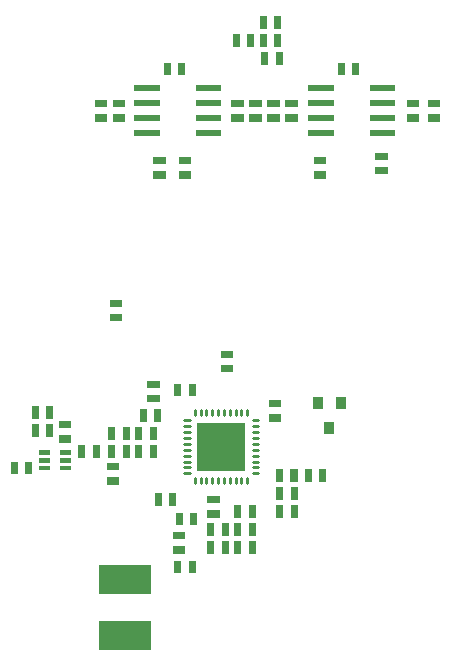
<source format=gbr>
G04 Title: RX Daughterboard, solder paste, component side *
G04 Creator: pcb-bin 1.99q *
G04 CreationDate: Thu Apr 28 23:14:29 2005 UTC *
G04 For: matt *
G04 Format: Gerber/RS-274X *
G04 PCB-Dimensions: 275000 250000 *
G04 PCB-Coordinate-Origin: lower left *
%MOIN*%
%FSLAX24Y24*%
%IPPOS*%
%ADD11C,0.0400*%
%ADD12C,0.0080*%
%ADD13C,0.0239*%
%ADD14C,0.0140*%
%ADD15C,0.0300*%
%ADD16C,0.0600*%
%ADD17C,0.0250*%
%ADD18C,0.0450*%
%ADD19C,0.0140*%
%ADD20C,0.0299*%
%ADD21C,0.0100*%
%ADD22C,0.0110*%
%ADD23C,0.0249*%
%ADD24R,0.0240X0.0240*%
%ADD25R,0.0440X0.0440*%
%ADD26R,0.0300X0.0300*%
%ADD27C,0.0060*%
%ADD28C,0.0080*%
%ADD29C,0.0800*%
%ADD30C,0.0860*%
%ADD31C,0.1100X0.0800*%
%ADD32C,0.1100*%
%ADD33C,0.0110*%
%AMTHERM1*7,0,0,0.1100,0.0800,0.0110,45*%
%ADD34THERM1*%
%ADD35R,0.0970X0.0970*%
%ADD36R,0.1170X0.1170*%
%ADD37R,0.1030X0.1030*%
%ADD38C,0.0200*%
%ADD39R,0.0560X0.0560*%
%ADD40R,0.0860X0.0860*%
%ADD41R,0.0620X0.0620*%
%ADD42R,0.1220X0.1220*%
%ADD43R,0.1520X0.1520*%
%ADD44R,0.1280X0.1280*%
%ADD45R,0.0340X0.0340*%
%ADD46R,0.0640X0.0640*%
%ADD47R,0.0400X0.0400*%
%ADD48R,0.0540X0.0540*%
%ADD49R,0.0480X0.0480*%
%ADD50R,0.0680X0.0680*%
%ADD51R,0.0200X0.0200*%
%ADD52R,0.0500X0.0500*%
%ADD53R,0.0600X0.0600*%
%ADD54R,0.0660X0.0660*%
%ADD55R,0.0900X0.0900X0.0600X0.0600*%
%ADD56R,0.0900X0.0900*%
%ADD57C,0.0600*%
%ADD58C,0.0660*%
%AMTHERM2*7,0,0,0.0900,0.0600,0.0100,45*%
%ADD59THERM2*%
%ADD60C,0.0900X0.0600*%
%ADD61C,0.0900*%
%ADD62R,0.0150X0.0150*%
%ADD63R,0.0450X0.0450*%
%ADD64R,0.0210X0.0210*%
%ADD65C,0.0410*%
%ADD66C,0.0170*%
%ADD67R,0.1610X0.1610*%
%ADD68R,0.1910X0.1910*%
%ADD69R,0.1670X0.1670*%
%ADD70C,0.0720*%
%ADD71C,0.0920X0.0720*%
%ADD72C,0.0920*%
%ADD73C,0.0240*%
%ADD74C,0.0340*%
%ADD75C,0.1320*%
%ADD76C,0.1520*%
%ADD77C,0.1520X0.1320*%
%ADD78C,0.0600*%
%ADD79C,0.0125*%
%AMTHERM3*7,0,0,0.0800,0.0600,0.0125,45*%
%ADD80THERM3*%
%ADD81C,0.0800*%
%ADD82C,0.0800X0.0600*%
%ADD83C,0.0350*%
%ADD84C,0.0100*%
%AMTHERM4*7,0,0,0.0510,0.0350,0.0100,45*%
%ADD85THERM4*%
%ADD86C,0.0510*%
%ADD87C,0.0510X0.0350*%
%ADD88C,0.0360*%
%ADD89C,0.0520*%
%ADD90C,0.0520X0.0360*%
%AMTHERM5*7,0,0,0.0799,0.0600,0.0125,45*%
%ADD91THERM5*%
%ADD92C,0.0799*%
%ADD93C,0.0799X0.0600*%
%ADD94C,0.0090*%
%AMTHERM6*7,0,0,0.0520,0.0360,0.0090,45*%
%ADD95THERM6*%
%ADD96C,0.0310*%
%ADD97C,0.0080*%
%AMTHERM7*7,0,0,0.0469,0.0310,0.0080,45*%
%ADD98THERM7*%
%ADD99C,0.0469*%
%ADD100C,0.0469X0.0310*%
%AMTHERM8*7,0,0,0.0510,0.0350,0.0100,45*%
%ADD101THERM8*%
%ADD102C,0.0510*%
%ADD103C,0.0510X0.0350*%
%LNGROUP_3*%
%LPD*%
G01X0Y0D02*
G54D24*X15710Y11910D02*X15890D01*
X15710Y12390D02*X15890D01*
X19760Y19040D02*X19940D01*
X19760Y18560D02*X19940D01*
X20960D02*X21140D01*
X20960Y19040D02*X21140D01*
X21560D02*X21740D01*
X21560Y18560D02*X21740D01*
X20360D02*X20540D01*
X20360Y19040D02*X20540D01*
X20760Y20640D02*Y20460D01*
X21240Y20640D02*Y20460D01*
X17990Y20290D02*Y20110D01*
X17510Y20290D02*Y20110D01*
G54D45*X23300Y9080D02*Y9020D01*
X22520Y9080D02*Y9020D01*
X22910Y8260D02*Y8200D01*
G54D24*X23790Y20290D02*Y20110D01*
X23310Y20290D02*Y20110D01*
X20710Y21840D02*Y21660D01*
X21190Y21840D02*Y21660D01*
X17860Y3690D02*Y3510D01*
X18340Y3690D02*Y3510D01*
X17810Y4640D02*X17990D01*
X17810Y4160D02*X17990D01*
X17910Y5290D02*Y5110D01*
X18390Y5290D02*Y5110D01*
X15660Y8140D02*Y7960D01*
X16140Y8140D02*Y7960D01*
X14010Y8340D02*X14190D01*
X14010Y7860D02*X14190D01*
X13590Y8240D02*Y8060D01*
X13110Y8240D02*Y8060D01*
X14660Y7540D02*Y7360D01*
X15140Y7540D02*Y7360D01*
X17210Y5940D02*Y5760D01*
X17690Y5940D02*Y5760D01*
X21260Y6140D02*Y5960D01*
X21740Y6140D02*Y5960D01*
X16560Y7540D02*Y7360D01*
X17040Y7540D02*Y7360D01*
X15610Y6460D02*X15790D01*
X15610Y6940D02*X15790D01*
X18960Y5840D02*X19140D01*
X18960Y5360D02*X19140D01*
X17860Y9590D02*Y9410D01*
X18340Y9590D02*Y9410D01*
X16960Y9690D02*X17140D01*
X16960Y9210D02*X17140D01*
X22210Y6740D02*Y6560D01*
X22690Y6740D02*Y6560D01*
X19410Y10690D02*X19590D01*
X19410Y10210D02*X19590D01*
X13590Y8840D02*Y8660D01*
X13110Y8840D02*Y8660D01*
X21740Y5540D02*Y5360D01*
X21260Y5540D02*Y5360D01*
X16560Y8140D02*Y7960D01*
X17040Y8140D02*Y7960D01*
X21010Y9040D02*X21190D01*
X21010Y8560D02*X21190D01*
X16710Y8740D02*Y8560D01*
X17190Y8740D02*Y8560D01*
G54D35*X15710Y3190D02*X16490D01*
X15710Y1310D02*X16490D01*
G54D24*X15810Y19040D02*X15990D01*
X15810Y18560D02*X15990D01*
X21250Y6740D02*Y6560D01*
X21730Y6740D02*Y6560D01*
X26310Y18560D02*X26490D01*
X26310Y19040D02*X26490D01*
X19860Y4340D02*Y4160D01*
X20340Y4340D02*Y4160D01*
G54D62*X13310Y7410D02*X13510D01*
X13310Y7150D02*X13510D01*
X13310Y6900D02*X13510D01*
X14010D02*X14210D01*
X14010Y7150D02*X14210D01*
X14010Y7410D02*X14210D01*
G54D51*X24350Y18050D02*X25000D01*
X24350Y18550D02*X25000D01*
X24350Y19050D02*X25000D01*
X24350Y19550D02*X25000D01*
X22300D02*X22950D01*
X22300Y19050D02*X22950D01*
X22300Y18550D02*X22950D01*
X22300Y18050D02*X22950D01*
G54D24*X18960Y4340D02*Y4160D01*
X19440Y4340D02*Y4160D01*
X24560Y17290D02*X24740D01*
X24560Y16810D02*X24740D01*
X25610Y19040D02*X25790D01*
X25610Y18560D02*X25790D01*
G54D33*X18080Y8480D02*X18250D01*
X18080Y8280D02*X18250D01*
X18080Y8090D02*X18250D01*
X18080Y7890D02*X18250D01*
X18080Y7690D02*X18250D01*
X18080Y7510D02*X18250D01*
X18080Y7310D02*X18250D01*
X18080Y7110D02*X18250D01*
X18080Y6920D02*X18250D01*
X18080Y6720D02*X18250D01*
X18420Y6550D02*Y6380D01*
X18620Y6550D02*Y6380D01*
X18810Y6550D02*Y6380D01*
X19010Y6550D02*Y6380D01*
X19210Y6550D02*Y6380D01*
X19390Y6550D02*Y6380D01*
X19590Y6550D02*Y6380D01*
X19790Y6550D02*Y6380D01*
X19980Y6550D02*Y6380D01*
X20180Y6550D02*Y6380D01*
X20350Y6720D02*X20520D01*
X20350Y6920D02*X20520D01*
X20350Y7110D02*X20520D01*
X20350Y7310D02*X20520D01*
X20350Y7510D02*X20520D01*
X20350Y7690D02*X20520D01*
X20350Y7890D02*X20520D01*
X20350Y8090D02*X20520D01*
X20350Y8280D02*X20520D01*
X20350Y8480D02*X20520D01*
X20180Y8820D02*Y8650D01*
X19980Y8820D02*Y8650D01*
X19790Y8820D02*Y8650D01*
X19590Y8820D02*Y8650D01*
X19390Y8820D02*Y8650D01*
X19210Y8820D02*Y8650D01*
X19010Y8820D02*Y8650D01*
X18810Y8820D02*Y8650D01*
X18620Y8820D02*Y8650D01*
X18420Y8820D02*Y8650D01*
G54D67*X19300Y7600D03*
G54D24*X20340Y4940D02*Y4760D01*
X19860Y4940D02*Y4760D01*
X22510Y17140D02*X22690D01*
X22510Y16660D02*X22690D01*
G54D51*X18550Y18050D02*X19200D01*
X18550Y18550D02*X19200D01*
X18550Y19050D02*X19200D01*
X18550Y19550D02*X19200D01*
X16500D02*X17150D01*
X16500Y19050D02*X17150D01*
X16500Y18550D02*X17150D01*
X16500Y18050D02*X17150D01*
G54D24*X12410Y6990D02*Y6810D01*
X12890Y6990D02*Y6810D01*
X15210Y18560D02*X15390D01*
X15210Y19040D02*X15390D01*
X15660Y7540D02*Y7360D01*
X16140Y7540D02*Y7360D01*
X19440Y4940D02*Y4760D01*
X18960Y4940D02*Y4760D01*
X17160Y17140D02*X17340D01*
X17160Y16660D02*X17340D01*
X18010Y17140D02*X18190D01*
X18010Y16660D02*X18190D01*
X20340Y5540D02*Y5360D01*
X19860Y5540D02*Y5360D01*
X20710Y21240D02*Y21060D01*
X21190Y21240D02*Y21060D01*
X19810Y21240D02*Y21060D01*
X20290Y21240D02*Y21060D01*
M02*

</source>
